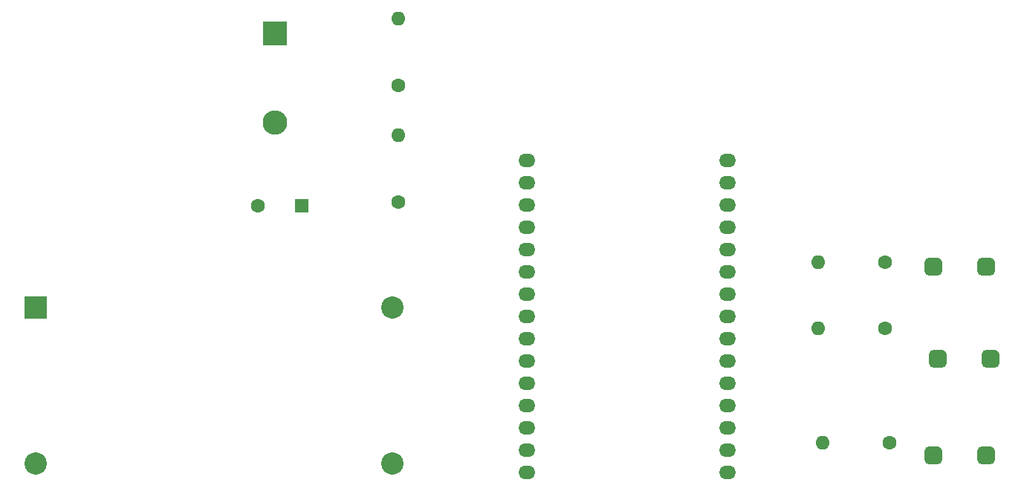
<source format=gbr>
%TF.GenerationSoftware,KiCad,Pcbnew,8.0.1*%
%TF.CreationDate,2024-09-13T18:51:00+01:00*%
%TF.ProjectId,monitor,6d6f6e69-746f-4722-9e6b-696361645f70,rev?*%
%TF.SameCoordinates,Original*%
%TF.FileFunction,Soldermask,Top*%
%TF.FilePolarity,Negative*%
%FSLAX46Y46*%
G04 Gerber Fmt 4.6, Leading zero omitted, Abs format (unit mm)*
G04 Created by KiCad (PCBNEW 8.0.1) date 2024-09-13 18:51:00*
%MOMM*%
%LPD*%
G01*
G04 APERTURE LIST*
G04 Aperture macros list*
%AMRoundRect*
0 Rectangle with rounded corners*
0 $1 Rounding radius*
0 $2 $3 $4 $5 $6 $7 $8 $9 X,Y pos of 4 corners*
0 Add a 4 corners polygon primitive as box body*
4,1,4,$2,$3,$4,$5,$6,$7,$8,$9,$2,$3,0*
0 Add four circle primitives for the rounded corners*
1,1,$1+$1,$2,$3*
1,1,$1+$1,$4,$5*
1,1,$1+$1,$6,$7*
1,1,$1+$1,$8,$9*
0 Add four rect primitives between the rounded corners*
20,1,$1+$1,$2,$3,$4,$5,0*
20,1,$1+$1,$4,$5,$6,$7,0*
20,1,$1+$1,$6,$7,$8,$9,0*
20,1,$1+$1,$8,$9,$2,$3,0*%
G04 Aperture macros list end*
%ADD10O,1.900000X1.524000*%
%ADD11C,1.600000*%
%ADD12O,1.600000X1.600000*%
%ADD13RoundRect,0.500000X-0.500000X-0.500000X0.500000X-0.500000X0.500000X0.500000X-0.500000X0.500000X0*%
%ADD14R,1.600000X1.600000*%
%ADD15R,2.540000X2.540000*%
%ADD16C,2.540000*%
%ADD17R,2.800000X2.800000*%
%ADD18O,2.800000X2.800000*%
G04 APERTURE END LIST*
D10*
%TO.C,REF\u002A\u002A*%
X108640000Y-128440000D03*
X108640000Y-125900000D03*
X108640000Y-123360000D03*
X108640000Y-120820000D03*
X108640000Y-118280000D03*
X108640000Y-115740000D03*
X108640000Y-113200000D03*
X108640000Y-110660000D03*
X108640000Y-108120000D03*
X108640000Y-105580000D03*
X108640000Y-103040000D03*
X108640000Y-100500000D03*
X108640000Y-97960000D03*
X108640000Y-95420000D03*
X108640000Y-92880000D03*
X131500000Y-92880000D03*
X131500000Y-95420000D03*
X131500000Y-97960000D03*
X131500000Y-100500000D03*
X131500000Y-103040000D03*
X131500000Y-105580000D03*
X131500000Y-108120000D03*
X131500000Y-110660000D03*
X131500000Y-113200000D03*
X131500000Y-115740000D03*
X131500000Y-118280000D03*
X131500000Y-120820000D03*
X131500000Y-123360000D03*
X131500000Y-125900000D03*
X131500000Y-128440000D03*
%TD*%
D11*
%TO.C,5.6k*%
X94000000Y-97620000D03*
D12*
X94000000Y-90000000D03*
%TD*%
D13*
%TO.C,REF\u002A\u002A*%
X155000000Y-105000000D03*
X161000000Y-105000000D03*
%TD*%
D14*
%TO.C,REF1*%
X83000000Y-98000000D03*
D11*
X78000000Y-98000000D03*
%TD*%
D15*
%TO.C,REF\u002A\u002A*%
X52680000Y-109610000D03*
D16*
X52680000Y-127390000D03*
X93320000Y-127390000D03*
X93320000Y-109610000D03*
%TD*%
D11*
%TO.C,10k*%
X149500000Y-104500000D03*
D12*
X141880000Y-104500000D03*
%TD*%
D11*
%TO.C,10k*%
X150000000Y-125000000D03*
D12*
X142380000Y-125000000D03*
%TD*%
D13*
%TO.C,REF\u002A\u002A*%
X161500000Y-115500000D03*
X155500000Y-115500000D03*
%TD*%
%TO.C,REF\u002A\u002A*%
X161000000Y-126500000D03*
X155000000Y-126500000D03*
%TD*%
D11*
%TO.C,10k*%
X149500000Y-112000000D03*
D12*
X141880000Y-112000000D03*
%TD*%
D11*
%TO.C,100k*%
X94000000Y-84310000D03*
D12*
X94000000Y-76690000D03*
%TD*%
D17*
%TO.C,REF\u002A\u002A*%
X80000000Y-78420000D03*
D18*
X80000000Y-88580000D03*
%TD*%
M02*

</source>
